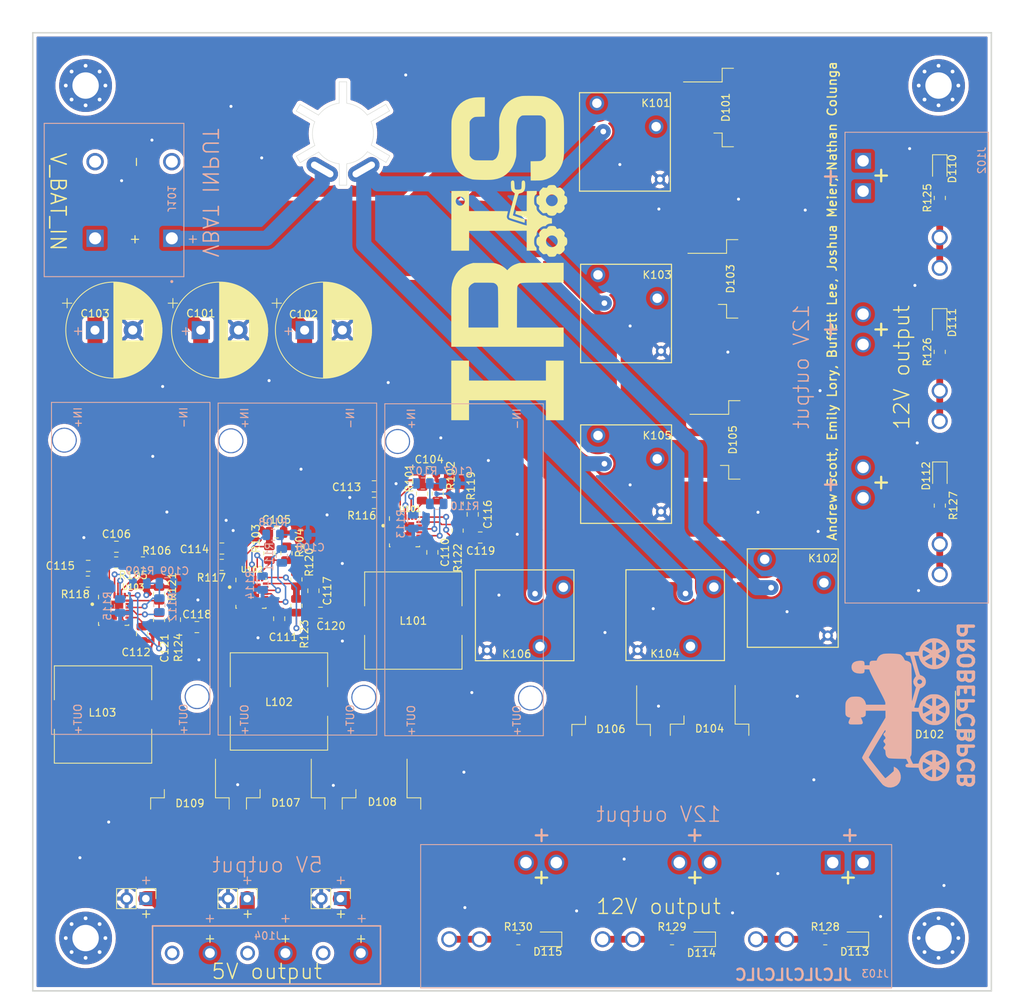
<source format=kicad_pcb>
(kicad_pcb (version 20211014) (generator pcbnew)
  (layers (0 "F.Cu" signal) (31 "B.Cu" signal) (34 "B.Paste" user) (35 "F.Paste" user) (36 "B.SilkS" user "B.Silkscreen") (37 "F.SilkS" user "F.Silkscreen") (38 "B.Mask" user) (39 "F.Mask" user) (44 "Edge.Cuts" user))
  (net 0 "")
  (net 1 "/V_BAT_IN")
  (net 2 "Net-(C107-Pad1)")
  (net 3 "GND")
  (net 4 "Net-(C108-Pad1)")
  (net 5 "Net-(C109-Pad1)")
  (net 6 "Net-(C110-Pad1)")
  (net 7 "Net-(C111-Pad1)")
  (net 8 "Net-(C112-Pad1)")
  (net 9 "Net-(C113-Pad1)")
  (net 10 "Net-(C113-Pad2)")
  (net 11 "Net-(C114-Pad1)")
  (net 12 "Net-(C114-Pad2)")
  (net 13 "/GL")
  (net 14 "Net-(C115-Pad1)")
  (net 15 "Net-(C115-Pad2)")
  (net 16 "Net-(C116-Pad1)")
  (net 17 "Net-(C117-Pad1)")
  (net 18 "Net-(C118-Pad1)")
  (net 19 "Net-(D103-Pad1)")
  (net 20 "Net-(D104-Pad1)")
  (net 21 "Net-(D101-Pad1)")
  (net 22 "Net-(L101-Pad1)")
  (net 23 "Net-(L102-Pad1)")
  (net 24 "Net-(L103-Pad1)")
  (net 25 "Net-(R101-Pad2)")
  (net 26 "Net-(R103-Pad2)")
  (net 27 "Net-(R105-Pad2)")
  (net 28 "Net-(R107-Pad2)")
  (net 29 "Net-(R108-Pad2)")
  (net 30 "Net-(R109-Pad2)")
  (net 31 "Net-(R110-Pad2)")
  (net 32 "/12V_IN_1")
  (net 33 "/12V_GND_1")
  (net 34 "Net-(R111-Pad2)")
  (net 35 "/12V_IN_2")
  (net 36 "Net-(R112-Pad2)")
  (net 37 "/12V_GND_2")
  (net 38 "Net-(R113-Pad2)")
  (net 39 "/12V_IN_3")
  (net 40 "Net-(R114-Pad2)")
  (net 41 "/12V_GND_3")
  (net 42 "Net-(R115-Pad2)")
  (net 43 "/12V_IN_4")
  (net 44 "/5V_OUT_1")
  (net 45 "/5V_GND_1")
  (net 46 "/5V_OUT_2")
  (net 47 "/5V_GND_2")
  (net 48 "/5V_OUT_3")
  (net 49 "/5V_GND_3")
  (net 50 "/12V_GND_4")
  (net 51 "/12V_IN_5")
  (net 52 "/12V_GND_5")
  (net 53 "/12V_IN_6")
  (net 54 "/12V_GND_6")
  (net 55 "Net-(R120-Pad1)")
  (net 56 "Net-(R121-Pad1)")
  (net 57 "/V_BAT_GND")
  (net 58 "/E-stop")
  (net 59 "Net-(D102-Pad1)")
  (net 60 "Net-(D105-Pad1)")
  (net 61 "Net-(D106-Pad1)")
  (net 62 "Net-(D110-Pad2)")
  (net 63 "Net-(D111-Pad2)")
  (net 64 "Net-(D112-Pad2)")
  (net 65 "Net-(D113-Pad2)")
  (net 66 "Net-(D114-Pad2)")
  (net 67 "Net-(D115-Pad2)")
  (net 68 "Net-(R116-Pad1)")
  (net 69 "Net-(R117-Pad1)")
  (net 70 "Net-(R118-Pad1)")
  (net 71 "Net-(R119-Pad1)")
  (footprint "Resistor_SMD:R_0805_2012Metric" (layer "F.Cu") (at 27.295 92.75 180)
    (fp_text reference "R118")
    (fp_text value "3.3")
  )
  (footprint "Connector_PinHeader_2.54mm:PinHeader_1x02_P2.54mm_Vertical" (layer "F.Cu") (at 34.98 134.77 -90)
    (fp_text reference "J110" hide)
    (fp_text value "Screw_Terminal_01x02")
  )
  (footprint "LED_SMD:LED_0805_2012Metric_Pad1.15x1.40mm_HandSolder" (layer "F.Cu") (at 140.15 58.43 -90)
    (fp_text reference "D111")
    (fp_text value "LED")
  )
  (footprint "Resistor_SMD:R_0805_2012Metric" (layer "F.Cu") (at 73.65 81.1 90)
    (fp_text reference "R102")
    (fp_text value "309k")
  )
  (footprint "Resistor_SMD:R_0805_2012Metric_Pad1.20x1.40mm_HandSolder" (layer "F.Cu") (at 140.17 82.68 90)
    (fp_text reference "R127")
    (fp_text value "100k")
  )
  (footprint "Package_TO_SOT_SMD:TO-263-2" (layer "F.Cu") (at 114.87 52.625)
    (fp_text reference "D103")
    (fp_text value "DIODE")
  )
  (footprint "Package_TO_SOT_SMD:TO-263-2" (layer "F.Cu") (at 66.2 124.36 -90)
    (fp_text reference "D108")
    (fp_text value "DIODE")
  )
  (footprint "Resistor_SMD:R_0805_2012Metric" (layer "F.Cu") (at 45.04 90.5375 180)
    (fp_text reference "R117")
    (fp_text value "3.3")
  )
  (footprint "power_board_support:E-Stop" (layer "F.Cu") (at 61.1 33.36)
    (fp_text reference "SW101" hide)
    (fp_text value "SW_Push_Open")
    (fp_line (start -5.690326 -3.855) (end -6.190326 -2.988974) (layer "Edge.Cuts") (width 0.06))
    (fp_line (start -0.5 4.01) (end -0.5 4.47) (layer "Edge.Cuts") (width 0.06))
    (fp_line (start -6.179512 3.003974) (end -4.118372 1.813974) (layer "Edge.Cuts") (width 0.06))
    (fp_line (start 6.20114 2.96) (end 4.14 1.77) (layer "Edge.Cuts") (width 0.06))
    (fp_line (start 3.61 -2.68) (end 3.211628 -2.45) (layer "Edge.Cuts") (width 0.06))
    (fp_line (start -0.51 -4.47) (end -0.51 -4.01) (layer "Edge.Cuts") (width 0.06))
    (fp_line (start -6.179512 3.003974) (end -5.679512 3.87) (layer "Edge.Cuts") (width 0.06))
    (fp_line (start 0.49 -6.85) (end 0.49 -4.47) (layer "Edge.Cuts") (width 0.06))
    (fp_line (start 6.17114 -3.003974) (end 4.11 -1.813974) (layer "Edge.Cuts") (width 0.06))
    (fp_line (start 0.5 6.85) (end 0.5 4.47) (layer "Edge.Cuts") (width 0.06))
    (fp_line (start 6.17114 -3.003974) (end 5.67114 -3.87) (layer "Edge.Cuts") (width 0.06))
    (fp_line (start -5.679512 3.87) (end -3.618372 2.68) (layer "Edge.Cuts") (width 0.06))
    (fp_line (start 5.67114 -3.87) (end 3.61 -2.68) (layer "Edge.Cuts") (width 0.06))
    (fp_line (start -4.129186 -1.798974) (end -3.730814 -1.568974) (layer "Edge.Cuts") (width 0.06))
    (fp_line (start 0.5 4.47) (end 0.5 4.01) (layer "Edge.Cuts") (width 0.06))
    (fp_line (start 0.49 -6.85) (end -0.51 -6.85) (layer "Edge.Cuts") (width 0.06))
    (fp_line (start 3.711628 -1.583974) (end 4.11 -1.813974) (layer "Edge.Cuts") (width 0.06))
    (fp_line (start 0.49 -4.01) (end 0.49 -4.47) (layer "Edge.Cuts") (width 0.06))
    (fp_line (start 5.70114 3.826026) (end 3.64 2.636026) (layer "Edge.Cuts") (width 0.06))
    (fp_line (start 3.241628 2.406026) (end 3.64 2.636026) (layer "Edge.Cuts") (width 0.06))
    (fp_line (start 4.14 1.77) (end 3.741628 1.54) (layer "Edge.Cuts") (width 0.06))
    (fp_line (start -3.618372 2.68) (end -3.22 2.45) (layer "Edge.Cuts") (width 0.06))
    (fp_line (start -3.72 1.583974) (end -4.118372 1.813974) (layer "Edge.Cuts") (width 0.06))
    (fp_line (start -0.5 6.85) (end 0.5 6.85) (layer "Edge.Cuts") (width 0.06))
    (fp_line (start -0.5 6.85) (end -0.5 4.47) (layer "Edge.Cuts") (width 0.06))
    (fp_line (start 5.70114 3.826026) (end 6.20114 2.96) (layer "Edge.Cuts") (width 0.06))
    (fp_line (start -3.230814 -2.435) (end -3.629186 -2.665) (layer "Edge.Cuts") (width 0.06))
    (fp_line (start -5.690326 -3.855) (end -3.629186 -2.665) (layer "Edge.Cuts") (width 0.06))
    (fp_line (start -6.190326 -2.988974) (end -4.129186 -1.798974) (layer "Edge.Cuts") (width 0.06))
    (fp_line (start -0.51 -6.85) (end -0.51 -4.47) (layer "Edge.Cuts") (width 0.06))
    (fp_arc (start 0.49 -4.01) (mid 2.006667 -3.503425) (end 3.205756 -2.445557) (layer "Edge.Cuts") (width 0.06))
    (fp_arc (start 3.241628 2.406026) (mid 2.034406 3.486803) (end 0.499495 4.005948) (layer "Edge.Cuts") (width 0.06))
    (fp_arc (start 3.711628 -1.583974) (mid 4.035529 -0.026043) (end 3.731762 1.535939) (layer "Edge.Cuts") (width 0.06))
    (fp_arc (start -3.719999 1.583974) (mid -4.04337 0.00901) (end -3.727022 -1.567379) (layer "Edge.Cuts") (width 0.06))
    (fp_arc (start -3.230814 -2.435) (mid -2.030101 -3.499048) (end -0.510424 -4.013334) (layer "Edge.Cuts") (width 0.06))
    (fp_arc (start -0.5 4.009999) (mid -2.015575 3.502291) (end -3.215984 2.446945) (layer "Edge.Cuts") (width 0.06))
  )
  (footprint "Capacitor_SMD:C_0805_2012Metric" (layer "F.Cu") (at 57.18 93.96 90)
    (fp_text reference "C117")
    (fp_text value "100nF")
  )
  (footprint "power_board_support:A10 Relay" (layer "F.Cu") (at 110.235 101.33 180)
    (fp_text reference "K104")
    (fp_text value "Relay")
  )
  (footprint "Capacitor_SMD:C_0805_2012Metric" (layer "F.Cu") (at 79.285 86.91)
    (fp_text reference "C119")
    (fp_text value "47uF")
  )
  (footprint "Package_TO_SOT_SMD:TO-263-2" (layer "F.Cu") (at 96.62 114.63 -90)
    (fp_text reference "D106")
    (fp_text value "DIODE")
  )
  (footprint "Resistor_SMD:R_0805_2012Metric" (layer "F.Cu") (at 65.2 82.33 180)
    (fp_text reference "R116")
    (fp_text value "3.3")
  )
  (footprint "Capacitor_SMD:C_0805_2012Metric" (layer "F.Cu") (at 34.475 99.67 -90)
    (fp_text reference "C112")
    (fp_text value "4.7uF")
  )
  (footprint "Capacitor_SMD:C_0805_2012Metric" (layer "F.Cu") (at 45.06 88.3675 180)
    (fp_text reference "C114")
    (fp_text value "100nF")
  )
  (footprint "LED_SMD:LED_0805_2012Metric_Pad1.15x1.40mm_HandSolder" (layer "F.Cu") (at 88.2275 140.16 180)
    (fp_text reference "D115")
    (fp_text value "LED")
  )
  (footprint "Resistor_SMD:R_0805_2012Metric_Pad1.20x1.40mm_HandSolder" (layer "F.Cu") (at 104.69 140.16)
    (fp_text reference "R129")
    (fp_text value "100k")
  )
  (footprint "Capacitor_THT:CP_Radial_D12.5mm_P5.00mm" (layer "F.Cu") (at 56.016041 59.42)
    (fp_text reference "C102")
    (fp_text value "330uF")
  )
  (footprint "Capacitor_SMD:C_0805_2012Metric" (layer "F.Cu") (at 58.12 96.88625)
    (fp_text reference "C120")
    (fp_text value "47uF")
  )
  (footprint "SIC_431_supporting:REGULATOR_SIC431AED-T1-GE3" (layer "F.Cu") (at 30.715 96.55)
    (fp_text reference "U103")
    (fp_text value "SIC431AED-T1-GE3")
  )
  (footprint "Package_TO_SOT_SMD:TO-263-2" (layer "F.Cu") (at 53.51 124.36 -90)
    (fp_text reference "D107")
    (fp_text value "DIODE")
  )
  (footprint "MountingHole:MountingHole_3.5mm_Pad_Via" (layer "F.Cu") (at 27 27 90)
    (fp_text reference "REF**" hide)
    (fp_text value "MountingHole_3.5mm_Pad_Via")
  )
  (footprint "LED_SMD:LED_0805_2012Metric_Pad1.15x1.40mm_HandSolder" (layer "F.Cu") (at 140.17 38.03 -90)
    (fp_text reference "D110")
    (fp_text value "LED")
  )
  (footprint "Resistor_SMD:R_0805_2012Metric_Pad1.20x1.40mm_HandSolder" (layer "F.Cu") (at 140.16 62.3 90)
    (fp_text reference "R126")
    (fp_text value "100k")
  )
  (footprint "power_board_support:A10 Relay" (layer "F.Cu") (at 90.295 101.35 180)
    (fp_text reference "K106")
    (fp_text value "Relay")
  )
  (footprint "MountingHole:MountingHole_3.5mm_Pad_Via" (layer "F.Cu") (at 27 140)
    (fp_text reference "REF**" hide)
    (fp_text value "MountingHole_3.5mm_Pad_Via")
  )
  (footprint "SIC_431_supporting:REGULATOR_SIC431AED-T1-GE3" (layer "F.Cu") (at 69.2525 86.14)
    (fp_text reference "U101")
    (fp_text value "SIC431AED-T1-GE3")
  )
  (footprint "Resistor_SMD:R_0805_2012Metric" (layer "F.Cu") (at 36.735 97.83 -90)
    (fp_text reference "R124")
    (fp_text value "73.2k")
  )
  (footprint "Capacitor_SMD:C_0805_2012Metric" (layer "F.Cu") (at 41.745 98.78)
    (fp_text reference "C118")
    (fp_text value "100nF")
  )
  (footprint "Resistor_SMD:R_0805_2012Metric" (layer "F.Cu") (at 34.595 90.21)
    (fp_text reference "R106")
    (fp_text value "309k")
  )
  (footprint "MountingHole:MountingHole_3.5mm_Pad_Via" (layer "F.Cu") (at 140 27)
    (fp_text reference "REF**" hide)
    (fp_text value "MountingHole_3.5mm_Pad_Via")
  )
  (footprint "Resistor_SMD:R_0805_2012Metric" (layer "F.Cu") (at 31.055 90.22)
    (fp_text reference "R105")
    (fp_text value "562k")
  )
  (footprint "Capacitor_SMD:C_0805_2012Metric" (layer "F.Cu") (at 31.085 88.13)
    (fp_text reference "C106")
    (fp_text value "100nF")
  )
  (footprint "Capacitor_SMD:C_0805_2012Metric" (layer "F.Cu") (at 65.22 80.12 180)
    (fp_text reference "C113")
    (fp_text value "100nF")
  )
  (footprint "Package_TO_SOT_SMD:TO-263-2" (layer "F.Cu") (at 114.285 29.91)
    (fp_text reference "D101")
    (fp_text value "DIODE")
  )
  (footprint "Resistor_SMD:R_0805_2012Metric_Pad1.20x1.40mm_HandSolder" (layer "F.Cu") (at 84.33 140.16)
    (fp_text reference "R130")
    (fp_text value "100k")
  )
  (footprint "LED_SMD:LED_0805_2012Metric_Pad1.15x1.40mm_HandSolder" (layer "F.Cu") (at 108.5875 140.16 180)
    (fp_text reference "D114")
    (fp_text value "LED")
  )
  (footprint "Resistor_SMD:R_0805_2012Metric" (layer "F.Cu") (at 36.735 94.37 90)
    (fp_text reference "R121")
    (fp_text value "10k")
  )
  (footprint "Capacitor_SMD:C_0805_2012Metric" (layer "F.Cu") (at 52.29 86.2275)
    (fp_text reference "C105")
    (fp_text value "100nF")
  )
  (footprint "Capacitor_THT:CP_Radial_D12.5mm_P5.00mm" (layer "F.Cu") (at 28.246041 59.42)
    (fp_text reference "C103")
    (fp_text value "330uF")
  )
  (footprint "Resistor_SMD:R_0805_2012Metric_Pad1.20x1.40mm_HandSolder" (layer "F.Cu") (at 140.17 41.9 90)
    (fp_text reference "R125")
    (fp_text value "100k")
  )
  (footprint "Resistor_SMD:R_0805_2012Metric" (layer "F.Cu") (at 76.29 85.9925 -90)
    (fp_text reference "R122")
    (fp_text value "73.2k")
  )
  (footprint "Capacitor_SMD:C_0805_2012Metric" (layer "F.Cu") (at 78.29 83.84 90)
    (fp_text reference "C116")
    (fp_text value "100nF")
  )
  (footprint "LED_SMD:LED_0805_2012Metric_Pad1.15x1.40mm_HandSolder" (layer "F.Cu") (at 128.88 140.16 180)
    (fp_text reference "D113")
    (fp_text value "LED")
  )
  (footprint "Inductor_SMD:L_Vishay_IHLP-5050" (layer "F.Cu") (at 70.42 97.92)
    (fp_text reference "L101")
    (fp_text value "1.5uH")
  )
  (footprint "Package_TO_SOT_SMD:TO-263-2" (layer "F.Cu") (at 109.665 114.59 -90)
    (fp_text reference "D104")
    (fp_text value "DIODE")
  )
  (footprint "power_board_support:A10 Relay" (layer "F.Cu") (at 102.73 52.09 -90)
    (fp_text reference "K103")
    (fp_text value "Relay")
  )
  (footprint "Capacitor_SMD:C_0805_2012Metric" (layer "F.Cu") (at 72.94 88.88 -90)
    (fp_text reference "C110")
    (fp_text value "4.7uF")
  )
  (footprint "Inductor_SMD:L_Vishay_IHLP-5050" (layer "F.Cu") (at 52.62 108.64)
    (fp_text reference "L102")
    (fp_text value "1.5uH")
  )
  (footprint "power_board_support:A10 Relay" (layer "F.Cu") (at 102.585 29.345 -90)
    (fp_text reference "K101")
    (fp_text value "Relay")
  )
  (footprint "Connector_PinHeader_2.54mm:PinHeader_1x02_P2.54mm_Vertical" (layer "F.Cu") (at 48.41 134.77 -90)
    (fp_text reference "J109" hide)
    (fp_text value "Screw_Terminal_01x02")
  )
  (footprint "SIC_431_supporting:REGULATOR_SIC431AED-T1-GE3" (layer "F.Cu") (at 48.91 94.2875)
    (fp_text reference "U102")
    (fp_text value "SIC431AED-T1-GE3")
  )
  (footprint "Capacitor_SMD:C_0805_2012Metric" (layer "F.Cu") (at 38.835 97.8 90)
    (fp_text reference "C121")
    (fp_text value "47uF")
  )
  (footprint "Capacitor_SMD:C_0805_2012Metric" (layer "F.Cu") (at 27.345 90.67 180)
    (fp_text reference "C115")
    (fp_text value "100nF")
  )
  (footprint "Package_TO_SOT_SMD:TO-263-2" (layer "F.Cu") (at 40.82 124.36 -90)
    (fp_text reference "D109")
    (fp_text value "DIODE")
  )
  (footprint "Package_TO_SOT_SMD:TO-263-2" (layer "F.Cu") (at 115.15 73.965)
    (fp_text reference "D105")
    (fp_text value "DIODE")
  )
  (footprint "power_board_support:A10 Relay" (layer "F.Cu") (at 102.735 73.38 -90)
    (fp_text reference "K105")
    (fp_text value "Relay")
  )
  (footprint "Resistor_SMD:R_0805_2012Metric" (layer "F.Cu") (at 71.58 81.1 -90)
    (fp_text reference "R101")
    (fp_text value "562k")
  )
  (footprint "Capacitor_THT:CP_Radial_D12.5mm_P5.00mm" (layer "F.Cu") (at 42.256041 59.42)
    (fp_text reference "C101")
    (fp_text value "330uF")
  )
  (footprint "power_board_support:A10 Relay" (layer "F.Cu") (at 124.82 89.805 -90)
    (fp_text reference "K102")
    (fp_text value "Relay")
  )
  (footprint "Package_TO_SOT_SMD:TO-263-2" (layer "F.Cu") (at 138.85 115.345 -90)
    (fp_text reference "D102")
    (fp_text value "DIODE")
  )
  (footprint "Resistor_SMD:R_0805_2012Metric" (layer "F.Cu") (at 51.34 88.9975 -90)
    (fp_text reference "R103")
    (fp_text value "562k")
  )
  (footprint "Capacitor_SMD:C_0805_2012Metric" (layer "F.Cu") (at 52.65 97.6675 -90)
    (fp_text reference "C111")
    (fp_text value "4.7uF")
  )
  (footprint "Custom_Silkscreen_and_memes:IRIS_logo" (layer "F.Cu") (at 83.117483 49.019431 90)
    (fp_text reference "G***" hide)
    (fp_text value "LOGO" hide)
  )
  (footprint "Resistor_SMD:R_0805_2012Metric" (layer "F.Cu") (at 54.93 92.46 90)
    (fp_text reference "R120")
    (fp_text value "10k")
  )
  (footprint "Resistor_SMD:R_0805_2012Metric" (layer "F.Cu") (at 53.61 88.9975 90)
    (fp_text reference "R104")
    (fp_text value "309k")
  )
  (footprint "Inductor_SMD:L_Vishay_IHLP-5050" (layer "F.Cu") (at 29.31 110.37)
    (fp_text reference "L103")
    (fp_text value "1.5uH")
  )
  (footprint "MountingHole:MountingHole_3.5mm_Pad_Via" (layer "F.Cu") (at 140 140)
    (fp_text reference "REF**" hide)
    (fp_text value "MountingHole_3.5mm_Pad_Via")
  )
  (footprint "Resistor_SMD:R_0805_2012Metric" (layer "F.Cu") (at 76.29 82.4125 90)
    (fp_text reference "R119")
    (fp_text value "10k")
  )
  (footprint "Capacitor_SMD:C_0805_2012Metric" (layer "F.Cu") (at 72.52 78.24)
    (fp_text reference "C104")
    (fp_text value "100nF")
  )
  (footprint "Resistor_SMD:R_0805_2012Metric" (layer "F.Cu") (at 54.93 95.95 -90)
    (fp_text reference "R123")
    (fp_text value "73.2k")
  )
  (footprint "LED_SMD:LED_0805_2012Metric_Pad1.15x1.40mm_HandSolder" (layer "F.Cu") (at 140.18 78.75 -90)
    (fp_text reference "D112")
    (fp_text value "LED")
  )
  (footprint "Connector_PinHeader_2.54mm:PinHeader_1x02_P2.54mm_Vertical" (layer "F.Cu") (at 60.75 134.77 -90)
    (fp_text reference "J108" hide)
    (fp_text value "Screw_Terminal_01x02")
  )
  (footprint "Resistor_SMD:R_0805_2012Metric_Pad1.20x1.40mm_HandSolder" (layer "F.Cu") (at 124.99 140.16)
    (fp_text reference "R128")
    (fp_text value "100k")
  )
  (footprint "power_board_support:691137710006" (layer "B.Cu") (at 50.97 141.99 180)
    (fp_text reference "J104")
    (fp_text value "Screw_Terminal_01x06")
  )
  (footprint "power_board_support:12V terminal block" (layer "B.Cu") (at 130 130 180)
    (fp_text reference "J103")
    (fp_text value "Screw_Terminal_01x06")
  )
  (footprint "power_board_support:TE_1986660-2" (layer "B.Cu") (at 38.42 47.25 90)
    (fp_text reference "J101")
    (fp_text value "Screw_Terminal_01x02")
  )
  (footprint "Resistor_SMD:R_0805_2012Metric" (layer "B.Cu") (at 31.565 95.98 90)
    (fp_text reference "R115")
    (fp_text value "499k")
  )
  (footprint "Capacitor_SMD:C_0805_2012Metric" (layer "B.Cu") (at 75.26 79.74)
    (fp_text reference "C107")
    (fp_text value "1uF")
  )
  (footprint "Resistor_SMD:R_0805_2012Metric" (layer "B.Cu") (at 70.41 84.8 90)
    (fp_text reference "R113")
    (fp_text value "499k")
  )
  (footprint "Resistor_SMD:R_0805_2012Metric" (layer "B.Cu") (at 34.195 92.97 180)
    (fp_text reference "R109")
    (fp_text value "50k")
  )
  (footprint "Resistor_SMD:R_0805_2012Metric" (layer "B.Cu") (at 50.45 92.9275 90)
    (fp_text reference "R114")
    (fp_text value "499k")
  )
  (footprint "power_board_support:12V terminal block" (layer "B.Cu") (at 130 36.98 -90)
    (fp_text reference "J102")
    (fp_text value "Screw_Terminal_01x06")
  )
  (footprint "Resistor_SMD:R_0805_2012Metric" (layer "B.Cu") (at 73.52 82.45)
    (fp_text reference "R110")
    (fp_text value "100k")
  )
  (footprint "power_board_support:LM2596-2" (layer "B.Cu") (at 55.06 91.09 -90)
    (fp_text reference "J107" hide)
    (fp_text value "Conn_02x02_Top_Bottom")
  )
  (footprint "Resistor_SMD:R_0805_2012Metric" (layer "B.Cu") (at 51.8375 86.5475 180)
    (fp_text reference "R108")
    (fp_text value "50k")
  )
  (footprint "power_board_support:LM2596-2" (layer "B.Cu") (at 32.98 91 -90)
    (fp_text reference "J105" hide)
    (fp_text value "Conn_02x02_Top_Bottom")
  )
  (footprint "Capacitor_SMD:C_0805_2012Metric" (layer "B.Cu") (at 55.4875 86.5475)
    (fp_text reference "C108")
    (fp_text value "1uF")
  )
  (footprint "Custom_Silkscreen_and_memes:IRIS_OLD_logo" (layer "B.Cu") (at 134.571979 110.254658 -90)
    (fp_text reference "G***")
    (fp_text value "LOGO" hide)
  )
  (footprint "Resistor_SMD:R_0805_2012Metric" (layer "B.Cu") (at 36.775 95.86 -90)
    (fp_text reference "R112")
    (fp_text value "100k")
  )
  (footprint "Resistor_SMD:R_0805_2012Metric" (layer "B.Cu") (at 52.9975 89.3475 -90)
    (fp_text reference "R111")
    (fp_text value "100k")
  )
  (footprint "Resistor_SMD:R_0805_2012Metric" (layer "B.Cu") (at 71.69 79.74 180)
    (fp_text reference "R107")
    (fp_text value "50k")
  )
  (footprint "power_board_support:LM2596-2" (layer "B.Cu") (at 77.14 91.18 -90)
    (fp_text reference "J106" hide)
    (fp_text value "Conn_02x02_Top_Bottom")
  )
  (footprint "Capacitor_SMD:C_0805_2012Metric" (layer "B.Cu") (at 37.725 92.97)
    (fp_text reference "C109")
    (fp_text value "1uF")
  )
  (gr_line (start 147 20) (end 147 147) (layer "Edge.Cuts") (width 0.2))
  (gr_line (start 147 147) (end 20 147) (layer "Edge.Cuts") (width 0.2))
  (gr_line (start 20 20) (end 147 20) (layer "Edge.Cuts") (width 0.2))
  (gr_line (start 20 20) (end 20 147) (layer "Edge.Cuts") (width 0.2))
  (gr_text "+" (at 125.72 79.75) (layer "B.SilkS") (effects (font (size 2 2) (thickness 0.3)) (justify mirror)))
  (gr_text "+" (at 48.43 132.27) (layer "B.SilkS") (effects (font (size 1.25 1.25)) (justify mirror)))
  (gr_text "+" (at 53.49 137.33) (layer "B.SilkS") (effects (font (size 1.25 1.25)) (justify mirror)))
  (gr_text "+" (at 125.72 38.91) (layer "B.SilkS") (effects (font (size 2 2) (thickness 0.3)) (justify mirror)))
  (gr_text "VBAT INPUT" (at 43.5 41.21 -90) (layer "B.SilkS") (effects (font (size 2 2) (thickness 0.2)) (justify mirror)))
  (gr_text "12V output" (at 102.93 123.59) (layer "B.SilkS") (effects (font (size 2 2) (thickness 0.18)) (justify mirror)))
  (gr_text "5V output" (at 51.1 130.3) (layer "B.SilkS") (effects (font (size 2 2) (thickness 0.18)) (justify mirror)))
  (gr_text "+" (at 60.81 132.27) (layer "B.SilkS") (effects (font (size 1.25 1.25)) (justify mirror)))
  (gr_text "+" (at 63.58 137.33) (layer "B.SilkS") (effects (font (size 1.25 1.25)) (justify mirror)))
  (gr_text "+" (at 53.88 59.47) (layer "B.SilkS") (effects (font (size 1.25 1.25)) (justify mirror)))
  (gr_text "+" (at 41.21 47.27) (layer "B.SilkS") (effects (font (size 1.25 1.25)) (justify mirror)))
  (gr_text "+" (at 26.01 59.47) (layer "B.SilkS") (effects (font (size 1.25 1.25)) (justify mirror)))
  (gr_text "+" (at 128.1 126.38 90) (layer "B.SilkS") (effects (font (size 2 2) (thickness 0.3)) (justify mirror)))
  (gr_text "JLCJLCJLCJLC" (at 120.78 144.87) (layer "B.SilkS") (effects (font (size 1.5 1.5) (thickness 0.3)) (justify mirror)))
  (gr_text "+" (at 35.02 132.27) (layer "B.SilkS") (effects (font (size 1.25 1.25)) (justify mirror)))
  (gr_text "12V output" (at 121.83 64.25 90) (layer "B.SilkS") (effects (font (size 2 2) (thickness 0.18)) (justify mirror)))
  (gr_text "+" (at 107.55 126.38 90) (layer "B.SilkS") (effects (font (size 2 2) (thickness 0.3)) (justify mirror)))
  (gr_text "+" (at 43.47 137.33) (layer "B.SilkS") (effects (font (size 1.25 1.25)) (justify mirror)))
  (gr_text "+" (at 87.26 126.38 90) (layer "B.SilkS") (effects (font (size 2 2) (thickness 0.3)) (justify mirror)))
  (gr_text "+" (at 125.72 59.2) (layer "B.SilkS") (effects (font (size 2 2) (thickness 0.3)) (justify mirror)))
  (gr_text "PROBEPCBPCB" (at 143.72 109.13 90) (layer "B.SilkS") (effects (font (size 2 2) (thickness 0.45)) (justify mirror)))
  (gr_text "+" (at 40.28 59.47) (layer "B.SilkS") (effects (font (size 1.25 1.25)) (justify mirror)))
  (gr_text "+" (at 87.54 131.99 -90) (layer "F.SilkS") (effects (font (size 2 2) (thickness 0.3))))
  (gr_text "+" (at 132.4 39.08 -180) (layer "F.SilkS") (effects (font (size 2 2) (thickness 0.3))))
  (gr_text "12V output" (at 135.13 64.36 90) (layer "F.SilkS") (effects (font (size 2 2) (thickness 0.18))))
  (gr_text "+" (at 63.49 140.03) (layer "F.SilkS") (effects (font (size 1.25 1.25))))
  (gr_text "12V output" (at 102.91 135.82) (layer "F.SilkS") (effects (font (size 2 2) (thickness 0.18))))
  (gr_text "+" (at 132.4 59.48 -180) (layer "F.SilkS") (effects (font (size 2 2) (thickness 0.3))))
  (gr_text "+" (at 53.47 140.03) (layer "F.SilkS") (effects (font (size 1.25 1.25))))
  (gr_text "+" (at 35.03 136.73) (layer "F.SilkS") (effects (font (size 1.25 1.25))))
  (gr_text "+" (at 43.48 140.01) (layer "F.SilkS") (effects (font (size 1.25 1.25))))
  (gr_text "+" (at 132.4 79.77 -180) (layer "F.SilkS") (effects (font (size 2 2) (thickness 0.3))))
  (gr_text "+" (at 107.87 131.99 -90) (layer "F.SilkS") (effects (font (size 2 2) (thickness 0.3))))
  (gr_text "+" (at 128.16 131.99 -90) (layer "F.SilkS") (effects (font (size 2 2) (thickness 0.3))))
  (gr_text "Andrew Scott, Emily Lory, Buffett Lee, Joshua Meier, Nathan Colunga" (at 125.9 55.57 90) (layer "F.SilkS") (effects (font (size 1.2 1.2) (thickness 0.2))))
  (gr_text "+" (at 60.82 136.73) (layer "F.SilkS") (effects (font (size 1.25 1.25))))
  (gr_text "-" (at 33.64244 37.12 90) (layer "F.SilkS") (effects (font (size 1.25 1.25))))
  (gr_text "+" (at 48.48 136.73) (layer "F.SilkS") (effects (font (size 1.25 1.25))))
  (gr_text "V_BAT_IN" (at 23.35 42.41 270) (layer "F.SilkS") (effects (font (size 2 2) (thickness 0.2))))
  (gr_text "+" (at 33.64244 47.38 -90) (layer "F.SilkS") (effects (font (size 1.25 1.25))))
  (gr_text "5V output" (at 51.01 144.43) (layer "F.SilkS") (effects (font (size 2 2) (thickness 0.18))))
  (segment (start 50.6675 86.2275) (end 42.256041 77.816041) (width 0.9) (layer "F.Cu") (net 1))
  (segment (start 110.235 91.425) (end 108.615 89.805) (width 5) (layer "F.Cu") (net 1))
  (segment (start 30.14 94.6125) (end 30.14 95.125) (width 0.2) (layer "F.Cu") (net 1))
  (segment (start 38.42 47.25) (end 60.74 47.25) (width 10) (layer "F.Cu") (net 1))
  (segment (start 42.256041 91.766041) (end 44.06 93.57) (width 0.9) (layer "F.Cu") (net 1))
  (segment (start 30.1175 95.125) (end 29.54 95.7025) (width 0.2) (layer "F.Cu") (net 1))
  (segment (start 108.615 89.805) (end 102.015 89.805) (width 5) (layer "F.Cu") (net 1))
  (segment (start 28.246041 47.263959) (end 28.26 47.25) (width 2) (layer "F.Cu") (net 1))
  (segment (start 28.246041 78.426041) (end 30.135 80.315) (width 2) (layer "F.Cu") (net 1))
  (segment (start 71.57 78.24) (end 63.57 78.24) (width 0.9) (layer "F.Cu") (net 1))
  (segment (start 116.97 89.805) (end 108.615 89.805) (width 5) (layer "F.Cu") (net 1))
  (segment (start 38.42 55.583959) (end 42.256041 59.42) (width 2) (layer "F.Cu") (net 1))
  (segment (start 51.34 86.2275) (end 51.34 88.085) (width 0.9) (layer "F.Cu") (net 1))
  (segment (start 42.256041 78.153959) (end 42.256041 91.766041) (width 0.9) (layer "F.Cu") (net 1))
  (segment (start 60.75 75.42) (end 60.75 82.62) (width 0.9) (layer "F.Cu") (net 1))
  (segment (start 90.295 78.085) (end 89.725 77.515) (width 5) (layer "F.Cu") (net 1))
  (segment (start 21.86 88.59) (end 21.86 94.05) (width 0.9) (layer "F.Cu") (net 1))
  (segment (start 48.335 92.8425) (end 47.735 93.4425) (width 0.2) (layer "F.Cu") (net 1))
  (segment (start 43.846041 47.25) (end 56.016041 59.42) (width 2) (layer "F.Cu") (net 1))
  (segment (start 68.6775 81.4725) (end 68.6775 84.2025) (width 0.2) (layer "F.Cu") (net 1))
  (segment (start 68.0775 85.303478) (end 68.0775 85.39) (width 0.2) (layer "F.Cu") (net 1))
  (segment (start 60.74 47.25) (end 67.73 47.25) (width 10) (layer "F.Cu") (net 1))
  (segment (start 63.61 85.48) (end 67.9875 85.48) (width 0.9) (layer "F.Cu") (net 1))
  (segment (start 47.735 93.4425) (end 47.735 93.5375) (width 0.2) (layer "F.Cu") (net 1))
  (segment (start 21.86 94.05) (end 23.61 95.8) (width 0.9) (layer "F.Cu") (net 1))
  (segment (start 29.54 95.7025) (end 29.54 95.8) (width 0.2) (layer "F.Cu") (net 1))
  (segment (start 30.14 90.2225) (end 30.1425 90.22) (width 0.2) (layer "F.Cu") (net 1))
  (segment (start 60.74 48.53) (end 60.74 47.25) (width 5) (layer "F.Cu") (net 1))
  (segment (start 48.335 89.1225) (end 49.3425 88.115) (width 0.2) (layer "F.Cu") (net 1))
  (segment (start 38.42 47.25) (end 43.846041 47.25) (width 2) (layer "F.Cu") (net 1))
  (segment (start 44.06 93.57) (end 47.7025 93.57) (width 0.9) (layer "F.Cu") (net 1))
  (segment (start 56.016041 59.42) (end 56.016041 70.686041) (width 2) (layer "F.Cu") (net 1))
  (segment (start 69.9625 80.1875) (end 68.6775 81.4725) (width 0.2) (layer "F.Cu") (net 1))
  (segment (start 42.256041 77.816041) (end 42.256041 78.153959) (width 0.9) (layer "F.Cu") (net 1))
  (segment (start 94.735 29.345) (end 85.635 29.345) (width 5) (layer "F.Cu") (net 1))
  (segment (start 63.57 78.24) (end 60.75 75.42) (width 0.9) (layer "F.Cu") (net 1))
  (segment (start 89.725 77.515) (end 60.74 48.53) (width 5) (layer "F.Cu") (net 1))
  (segment (start 30.14 94.6125) (end 30.14 90.2225) (width 0.2) (layer "F.Cu") (net 1))
  (segment (start 85.635 29.345) (end 67.73 47.25) (width 5) (layer "F.Cu") (net 1))
  (segment (start 48.335 92.35) (end 48.335 89.1225) (width 0.2) (layer "F.Cu") (net 1))
  (segment (start 47.7025 93.57) (end 47.735 93.5375) (width 0.9) (layer "F.Cu") (net 1))
  (segment (start 49.3425 88.115) (end 51.31 88.115) (width 0.2) (layer "F.Cu") (net 1))
  (segment (start 30.14 95.125) (end 30.1175 95.125) (width 0.2) (layer "F.Cu") (net 1))
  (segment (start 71.57 78.24) (end 71.57 80.1775) (width 0.9) (layer "F.Cu") (net 1))
  (segment (start 30.135 88.13) (end 30.135 79.725) (width 0.9) (layer "F.Cu") (net 1))
  (segment (start 110.235 93.48) (end 110.235 91.425) (width 5) (layer "F.Cu") (net 1))
  (segment (start 48.335 92.35) (end 48.335 92.8425) (width 0.2) (layer "F.Cu") (net 1))
  (segment (start 90.04 47.25) (end 79.2 47.25) (width 5) (layer "F.Cu") (net 1))
  (segment (start 56.016041 70.686041) (end 60.75 75.42) (width 2) (layer "F.Cu") (net 1))
  (segment (start 28.246041 59.42) (end 28.246041 78.426041) (width 2) (layer "F.Cu") (net 1))
  (segment (start 30.135 79.725) (end 30.135 80.315) (width 0.9) (layer "F.Cu") (net 1))
  (segment (start 67.9875 85.48) (end 68.0775 85.39) (width 0.9) (layer "F.Cu") (net 1))
  (segment (start 94.885 61.985) (end 80.15 47.25) (width 5) (layer "F.Cu") (net 1))
  (segment (start 51.31 88.115) (end 51.34 88.085) (width 0.2) (layer "F.Cu") (net 1))
  (segment (start 38.42 47.25) (end 38.42 55.583959) (width 2) (layer "F.Cu") (net 1))
  (segment (start 28.26 47.25) (end 38.42 47.25) (width 10) (layer "F.Cu") (net 1))
  (segment (start 90.295 93.5) (end 90.295 78.085) (width 5) (layer "F.Cu") (net 1))
  (segment (start 68.6775 84.2025) (end 68.6775 84.703478) (width 0.2) (layer "F.Cu") (net 1))
  (segment (start 71.58 80.1875) (end 69.9625 80.1875) (width 0.2) (layer "F.Cu") (net 1))
  (segment (start 23.61 95.8) (end 29.54 95.8) (width 0.9) (layer "F.Cu") (net 1))
  (segment (start 30.135 80.315) (end 21.86 88.59) (width 0.9) (layer "F.Cu") (net 1))
  (segment (start 94.88 52.09) (end 90.04 47.25) (width 5) (layer "F.Cu") (net 1))
  (segment (start 30.135 88.13) (end 30.135 90.2125) (width 0.9) (layer "F.Cu") (net 1))
  (segment (start 72.12 47.25) (end 79.2 47.25) (width 10) (layer "F.Cu") (net 1))
  (segment (start 94.885 73.38) (end 94.885 61.985) (width 5) (layer "F.Cu") (net 1))
  (segment (start 42.256041 59.42) (end 42.256041 78.153959) (width 2) (layer "F.Cu") (net 1))
  (segment (start 71.57 80.1775) (end 71.58 80.1875) (width 0.9) (layer "F.Cu") (net 1))
  (segment (start 28.246041 59.42) (end 28.246041 47.263959) (width 2) (layer "F.Cu") (net 1))
  (segment (start 51.34 86.2275) (end 50.6675 86.2275) (width 0.9) (layer "F.Cu") (net 1))
  (segment (start 102.015 89.805) (end 89.725 77.515) (width 5) (layer "F.Cu") (net 1))
  (segment (start 60.75 82.62) (end 63.61 85.48) (width 0.9) (layer "F.Cu") (net 1))
  (segment (start 67.73 47.25) (end 72.12 47.25) (width 10) (layer "F.Cu") (net 1))
  (segment (start 68.6775 84.703478) (end 68.0775 85.303478) (width 0.2) (layer "F.Cu") (net 1))
  (segment (start 30.135 90.2125) (end 30.1425 90.22) (width 0.9) (layer "F.Cu") (net 1))
  (segment (start 80.15 47.25) (end 72.12 47.25) (width 5) (layer "F.Cu") (net 1))
  (segment (start 58.35 39.88) (end 50.98 47.25) (width 2) (layer "B.Cu") (net 1))
  (segment (start 58.35 38.123) (end 58.35 39.88) (width 2) (layer "B.Cu") (net 1))
  (segment (start 50.98 47.25) (end 38.42 47.25) (width 2) (layer "B.Cu") (net 1))
  (segment (start 71.19 85.765) (end 73.205 85.765) (width 0.2) (layer "F.Cu") (net 2))
  (segment (start 73.205 85.765) (end 73.21 85.77) (width 0.2) (layer "F.Cu") (net 2))
  (via (at 73.21 85.77) (size 0.8) (drill 0.4) (layers "F.Cu" "B.Cu") (net 2))
  (segment (start 72.6025 79.74) (end 74.31 79.74) (width 0.2) (layer "B.Cu") (net 2))
  (segment (start 72.6075 79.745) (end 72.6025 79.74) (width 0.2) (layer "B.Cu") (net 2))
  (segment (start 73.21 83.0525) (end 72.6075 82.45) (width 0.2) (layer "B.Cu") (net 2))
  (segment (start 72.6075 82.45) (end 72.6075 79.745) (width 0.2) (layer "B.Cu") (net 2))
  (segment (start 73.21 85.77) (end 73.21 83.0525) (width 0.2) (layer "B.Cu") (net 2))
  (via (at 41.88 95.18) (size 0.8) (drill 0.4) (layers "F.Cu" "B.Cu") (net 3))
  (via (at 112.71 136.66) (size 0.8) (drill 0.4) (layers "F.Cu" "B.Cu") (net 3))
  (via (at 61.01 90.35) (size 0.8) (drill 0.4) (layers "F.Cu" "B.Cu") (net 3))
  (via (at 124.3 67.44) (size 0.8) (drill 0.4) (layers "F.Cu" "B.Cu") (net 3))
  (via (at 74.06 73.7) (size 0.8) (drill 0.4) (layers "F.Cu" "B.Cu") (net 3))
  (via (at 45.62 84.63) (size 0.8) (drill 0.4) (layers "F.Cu" "B.Cu") (net 3))
  (via (at 132.32 137.14) (size 0.8) (drill 0.4) (layers "F.Cu" "B.Cu") (net 3))
  (via (at 116.08 83.56) (size 0.8) (drill 0.4) (layers "F.Cu" "B.Cu") (net 3))
  (via (at 137.35 93.94) (size 0.8) (drill 0.4) (layers "F.Cu" "B.Cu") (net 3))
  (via (at 118.71 131.45) (size 0.8) (drill 0.4) (layers "F.Cu" "B.Cu") (net 3))
  (via (at 80.36 76.7) (size 0.8) (drill 0.4) (layers "F.Cu" "B.Cu") (net 3))
  (via (at 37.77 83.53) (size 0.8) (drill 0.4) (layers "F.Cu" "B.Cu") (net 3))
  (via (at 68.13 79.77) (size 0.8) (drill 0.4) (layers "F.Cu" "B.Cu") (net 3))
  (via (at 50.33 36.59) (size 0.8) (drill 0.4) (layers "F.Cu" "B.Cu") (net 3))
  (via (at 119.93 96.74) (size 0.8) (drill 0.4) (layers "F.Cu" "B.Cu") (net 3))
  (via (at 112.09 62.33) (size 0.8) (drill 0.4) (layers "F.Cu" "B.Cu") (net 3))
  (via (at 124.05 86.1) (size 0.8) (drill 0.4) (layers "F.Cu" "B.Cu") (net 3))
  (via (at 122.34 43.51) (size 0.8) (drill 0.4) (layers "F.Cu" "B.Cu") (net 3))
  (via (at 35.79 34.23) (size 0.8) (drill 0.4) (layers "F.Cu" "B.Cu") (net 3))
  (via (at 26.25 129.35) (size 0.8) (drill 0.4) (layers "F.Cu" "B.Cu") (net 3))
  (via (at 31.77 39.61) (size 0.8) (drill 0.4) (layers "F.Cu" "B.Cu") (net 3))
  (via (at 99.14 79.93) (size 0.8) (drill 0.4) (layers "F.Cu" "B.Cu") (net 3))
  (via (at 30.06 124.62) (size 0.8) (drill 0.4) (layers "F.Cu" "B.Cu") (net 3))
  (via (at 140.72 133.03) (size 0.8) (drill 0.4) (layers "F.Cu" "B.Cu") (net 3))
  (via (at 95.81 99.5) (size 0.8) (drill 0.4) (layers "F.Cu" "B.Cu") (net 3))
  (via (at 26.77 86.92) (size 0.8) (drill 0.4) (layers "F.Cu" "B.Cu") (net 3))
  (via (at 137.18 74.37) (size 0.8) (drill 0.4) (layers "F.Cu" "B.Cu") (net 3))
  (via (at 42.01 103.12) (size 0.8) (drill 0.4) (layers "F.Cu" "B.Cu") (net 3))
  (via (at 123.48 119.02) (size 0.8) (drill 0.4) (layers "F.Cu" "B.Cu") (net 3))
  (via (at 102.95 43.37) (size 0.8) (drill 0.4) (layers "F.Cu" "B.Cu") (net 3))
  (via (at 49.84 100.2) (size 0.8) (drill 0.4) (layers "F.Cu" "B.Cu") (net 3))
  (via (at 121.29 107.94) (size 0.8) (drill 0.4) (layers "F.Cu" "B.Cu") (net 3))
  (via (at 78.17 107.46) (size 0.8) (drill 0.4) (layers "F.Cu" "B.Cu") (net 3))
  (via (at 98.35 129.53) (size 0.8) (drill 0.4) (layers "F.Cu" "B.Cu") (net 3))
  (via (at 55.54 77.85) (size 0.8) (drill 0.4) (layers "F.Cu" "B.Cu") (net 3))
  (via (at 97.78 37.47) (size 0.8) (drill 0.4) (layers "F.Cu" "B.Cu") (net 3))
  (via (at 99.14 58.87) (size 0.8) (drill 0.4) (layers "F.Cu" "B.Cu") (net 3))
  (via (at 61.02 100.63) (size 0.8) (drill 0.4) (layers "F.Cu" "B.Cu") (net 3))
  (via (at 69.41 25.6) (size 0.8) (drill 0.4) (layers "F.Cu" "B.Cu") (net 3))
  (via (at 59.82 119.76) (size 0.8) (drill 0.4) (layers "F.Cu" "B.Cu") (net 3))
  (via (at 136.17 35.36) (size 0.8) (drill 0.4) (layers "F.Cu" "B.Cu") (net 3))
  (via (at 35.9 76.15) (size 0.8) (drill 0.4) (layers "F.Cu" "B.Cu") (net 3))
  (via (at 35.05 94.54) (size 0.8) (drill 0.4) (layers "F.Cu" "B.Cu") (net 3))
  (via (at 67.09 66.37) (size 0.8) (drill 0.4) (layers "F.Cu" "B.Cu") (net 3))
  (via (at 46.26 29.76) (size 0.8) (drill 0.4) (layers "F.Cu" "B.Cu") (net 3))
  (via (at 46.55 85.98) (size 0.8) (drill 0.4) (layers "F.Cu" "B.Cu") (net 3))
  (via (at 62 81.6) (size 0.8) (drill 0.4) (layers "F.Cu" "B.Cu") (net 3))
  (via (at 84.19 86.48) (size 0.8) (drill 0.4) (layers "F.Cu" "B.Cu") (net 3))
  (via (at 37.21 66.89) (size 0.8) (drill 0.4) (layers "F.Cu" "B.Cu") (net 3))
  (via (at 113.5 42.06) (size 0.8) (drill 0.4) (layers "F.Cu" "B.Cu") (net 3))
  (via (at 77.25 135.96) (size 0.8) (drill 0.4) (layers "F.Cu" "B.Cu") (net 3))
  (via (at 51.31 66.11) (size 0.8) (drill 0.4) (layers "F.Cu" "B.Cu") (net 3))
  (via (at 58.99 83.91) (size 0.8) (drill 0.4) (layers "F.Cu" "B.Cu") (net 3))
  (via (at 102.9 109.26) (size 0.8) (drill 0.4) (layers "F.Cu" "B.Cu") (net 3))
  (via (at 47.15 119.67) (size 0.8) (drill 0.4) (layers "F.Cu" "B.Cu") (net 3))
  (via (at 102.2 96.34) (size 0.8) (drill 0.4) (layers "F.Cu" "B.Cu") (net 3))
  (via (at 81.76 94.54) (size 0.8) (drill 0.4) (layers "F.Cu" "B.Cu") (net 3))
  (via (at 136.87 53.49) (size 0.8) (drill 0.4) (layers "F.Cu" "B.Cu") (net 3))
  (via (at 77.12 118.01) (size 0.8) (drill 0.4) (layers "F.Cu" "B.Cu") (net 3))
  (via (at 92.05 136.4) (size 0.8) (drill 0.4) (layers "F.Cu" "B.Cu") (net 3))
  (segment (start 52.49 93.9075) (end 52.485 93.9125) (width 0.2) (layer "F.Cu") (net 4))
  (segment (start 52.485 93.9125) (end 50.8475 93.9125) (width 0.2) (layer "F.Cu") (net 4))
  (via (at 52.49 93.9075) (size 0.8) (drill 0.4) (layers "F.Cu" "B.Cu") (net 4))
  (segment (start 51.65 93.0675) (end 52.49 93.9075) (width 0.2) (layer "B.Cu") (net 4))
  (segment (start 52.9975 88.435) (end 52.9975 86.795) (width 0.2) (layer "B.Cu") (net 4))
  (segment (start 52.9125 88.435) (end 51.65 89.6975) (width 0.2) (layer "B.Cu") (net 4))
  (segment (start 52.9975 86.795) (end 52.75 86.5475) (width 0.2) (layer "B.Cu") (net 4))
  (segment (start 52.9975 88.435) (end 52.9125 88.435) (width 0.2) (layer "B.Cu") (net 4))
  (segment (start 52.75 86.5475) (end 54.5375 86.5475) (width 0.2) (layer "B.Cu") (net 4))
  (segment (start 51.65 89.6975) (end 51.65 93.0675) (width 0.2) (layer "B.Cu") (net 4))
  (segment (start 32.6525 96.175) (end 34.67 96.175) (width 0.2) (layer "F.Cu") (net 5))
  (segment (start 34.67 96.175) (end 34.825 96.02) (width 0.2) (layer "F.Cu") (net 5))
  (via (at 34.825 96.02) (size 0.8) (drill 0.4) (layers "F.Cu" "B.Cu") (net 5))
  (segment (start 36.775 94.9475) (end 36.775 92.97) (width 0.2) (layer "B.Cu") (net 5))
  (segment (start 35.1075 92.97) (end 36.775 92.97) (width 0.2) (layer "B.Cu") (net 5))
  (segment (start 35.8975 94.9475) (end 34.825 96.02) (width 0.2) (layer "B.Cu") (net 5))
  (segment (start 36.775 94.9475) (end 35.8975 94.9475) (width 0.2) (layer "B.Cu") (net 5))
  (segment (start 71.19 87.115) (end 72.125 87.115) (width 0.2) (layer "F.Cu") (net 6))
  (segment (start 72.125 87.115) (end 72.94 87.93) (width 0.2) (layer "F.Cu") (net 6))
  (segment (start 52.65 96.403478) (end 52.65 96.7175) (width 0.2) (layer "F.Cu") (net 7))
  (segment (start 50.8475 95.2625) (end 51.509022 95.2625) (width 0.2) (layer "F.Cu") (net 7))
  (segment (start 51.509022 95.2625) (end 52.65 96.403478) (width 0.2) (layer "F.Cu") (net 7))
  (segment (start 34.475 98.1) (end 34.475 98.72) (width 0.2) (layer "F.Cu") (net 8))
  (segment (start 33.9 97.525) (end 34.475 98.1) (width 0.2) (layer "F.Cu") (net 8))
  (segment (start 32.6525 97.525) (end 33.9 97.525) (width 0.2) (layer "F.Cu") (net 8))
  (segment (start 68.2275 84.2025) (end 68.2275 81.3175) (width 0.2) (layer "F.Cu") (net 9))
  (segment (start 67.03 80.12) (end 66.17 80.12) (width 0.2) (layer "F.Cu") (net 9))
  (segment (start 68.2275 81.3175) (end 67.03 80.12) (width 0.2) (layer "F.Cu") (net 9))
  (segment (start 64.2875 82.33) (end 64.2875 80.1375) (width 0.2) (layer "F.Cu") (net 10))
  (segment (start 64.2875 80.1375) (end 64.27 80.12) (width 0.2) (layer "F.Cu") (net 10))
  (segment (start 46.01 88.3675) (end 47.885 90.2425) (width 0.2) (layer "F.Cu") (net 11))
  (segment (start 47.885 90.2425) (end 47.885 92.35) (width 0.2) (layer "F.Cu") (net 11))
  (segment (start 44.11 88.3675) (end 44.11 90.52) (width 0.2) (layer "F.Cu") (net 12))
  (segment (start 44.11 90.52) (end 44.1275 90.5375) (width 0.2) (layer "F.Cu") (net 12))
  (segment (start 31.74 98.485) (end 31.74 97.58) (width 0.2) (layer "F.Cu") (net 13))
  (segment (start 70.2775 87.17) (end 70.2375 87.13) (width 0.2) (layer "F.Cu") (net 13))
  (segment (start 32.135 97.975) (end 31.7 97.54) (width 0.2) (layer "F.Cu") (net 13))
  (segment (start 32.6525 97.975) (end 32.135 97.975) (width 0.2) (layer "F.Cu") (net 13))
  (segment (start 70.2775 88.075) (end 70.2775 87.17) (width 0.2) (layer "F.Cu") (net 13))
  (segment (start 31.74 97.58) (end 31.7 97.54) (width 0.2) (layer "F.Cu") (net 13))
  (segment (start 49.935 95.3175) (end 49.935 96.2225) (width 0.2) (layer "F.Cu") (net 13))
  (segment (start 50.8475 95.7125) (end 50.33 95.7125) (width 0.2) (layer "F.Cu") (net 13))
  (segment (start 50.33 95.7125) (end 49.895 95.2775) (width 0.2) (layer "F.Cu") (net 13))
  (segment (start 70.6725 87.565) (end 70.2375 87.13) (width 0.2) (layer "F.Cu") (net 13))
  (segment (start 49.895 95.2775) (end 49.935 95.3175) (width 0.2) (layer "F.Cu") (net 13))
  (segment (start 71.19 87.565) (end 70.6725 87.565) (width 0.2) (layer "F.Cu") (net 13))
  (segment (start 29.69 92.065) (end 29.69 94.6125) (width 0.2) (layer "F.Cu") (net 14))
  (segment (start 28.295 90.67) (end 29.69 92.065) (width 0.2) (layer "F.Cu") (net 14))
  (segment (start 26.395 92.7375) (end 26.3825 92.75) (width 0.2) (layer "F.Cu") (net 15))
  (segment (start 26.395 90.67) (end 26.395 92.7375) (width 0.2) (layer "F.Cu") (net 15))
  (segment (start 78.29 84.79) (end 78.335 84.835) (width 0.9) (layer "F.Cu") (net 16))
  (segment (start 76.295 86.9) (end 76.29 86.905) (width 0.9) (layer "F.Cu") (net 16))
  (segment (start 63.66 118.585) (end 63.66 114.36) (width 0.9) (layer "F.Cu") (net 16))
  (segment (start 74.77 85.88) (end 74.77 86.15) (width 0.2) (layer "F.Cu") (net 16))
  (segment (start 76.295 86.91) (end 76.29 86.905) (width 0.9) (layer "F.Cu") (net 16))
  (segment (start 78.335 86.91) (end 76.295 86.91) (width 0.9) (layer "F.Cu") (net 16))
  (segment (start 78.335 84.835) (end 78.335 86.91) (width 0.9) (layer "F.Cu") (net 16))
  (segment (start 78.34 84.84) (end 78.29 84.79) (width 0.9) (layer "F.Cu") (net 16))
  (segment (start 63.66 114.36) (end 76.135 101.885) (width 0.9) (layer "F.Cu") (net 16))
  (segment (start 74.77 86.15) (end 75.525 86.905) (width 0.2) (layer "F.Cu") (net 16))
  (segment (start 78.335 86.91) (end 78.335 95.72) (width 0.9) (layer "F.Cu") (net 16))
  (segment (start 78.335 95.72) (end 76.135 97.92) (width 0.9) (layer "F.Cu") (net 16))
  (segment (start 76.135 101.885) (end 76.135 97.92) (width 0.9) (layer "F.Cu") (net 16))
  (segment (start 74.7375 84.2025) (end 70.7275 84.2025) (width 0.2) (layer "F.Cu") (net 16))
  (segment (start 75.525 86.905) (end 76.29 86.905) (width 0.2) (layer "F.Cu") (net 16))
  (segment (start 74.77 84.17) (end 74.7375 84.2025) (width 0.2) (layer "F.Cu") (net 16))
  (via (at 74.77 84.17) (size 0.8) (drill 0.4) (layers "F.Cu" "B.Cu") (net 16))
  (via (at 74.77 85.88) (size 0.8) (drill 0.4) (layers "F.Cu" "B.Cu") (net 16))
  (segment (start 74.77 85.88) (end 74.77 84.17) (width 0.2) (layer "B.Cu") (net 16))
  (segment (start 50.97 116.005) (end 58.335 108.64) (width 0.9) (layer "F.Cu") (net 17))
  (segment (start 57.17 107.475) (end 58.335 108.64) (width 0.9) (layer "F.Cu") (net 17))
  (segment (start 50.5275 92.2075) (end 50.385 92.35) (width 0.2) (layer "F.Cu") (net 17))
  (segment (start 57.17 96.88625) (end 57.17 107.475) (width 0.9) (layer "F.Cu") (net 17))
  (segment (start 54.93 98.9275) (end 54.93 96.8625) (width 0.2) (layer "F.Cu") (net 17))
  (segment (start 50.97 118.585) (end 50.97 116.005) (width 0.9) (layer "F.Cu") (net 17))
  (segment (start 54.9575 96.89) (end 54.93 96.8625) (width 0.9) (layer "F.Cu") (net 17))
  (segment (start 53.54 92.2075) (end 50.5275 92.2075) (width 0.2) (layer "F.Cu") (net 17))
  (segment (start 57.18 94.91) (end 57.17 94.92) (width 0.9) (layer "F.Cu") (net 17))
  (segment (start 54.95375 96.88625) (end 54.93 96.8625) (width 0.9) (layer "F.Cu") (net 17))
  (segment (start 57.17 96.88625) (end 54.95375 96.88625) (width 0.9) (layer "F.Cu") (net 17))
  (segment (start 57.17 94.92) (end 57.17 96.88625) (width 0.9) (layer "F.Cu") (net 17))
  (segment (start 54.955 96.8875) (end 54.93 96.8625) (width 0.9) (layer "F.Cu") (net 17))
  (via (at 53.54 92.2075) (size 0.8) (drill 0.4) (layers "F.Cu" "B.Cu") (net 17))
  (via (at 54.93 98.9275) (size 0.8) (drill 0.4) (layers "F.Cu" "B.Cu") (net 17))
  (segment (start 54.93 98.9275) (end 54.93 93.5975) (width 0.2) (layer "B.Cu") (net 17))
  (segment (start 54.93 93.5975) (end 53.54 92.2075) (width 0.2) (layer "B.Cu") (net 17))
  (segment (start 38.865 98.78) (end 38.835 98.75) (width 0.9) (layer "F.Cu") (net 18))
  (segment (start 33.8325 94.6125) (end 33.905 94.54) (width 0.2) (layer "F.Cu") (net 18))
  (segment (start 38.81 104.55) (end 38.81 98.775) (width 0.9) (layer "F.Cu") (net 18))
  (segment (start 35.025 110.37) (end 35.025 108.335) (width 0.9) (layer "F.Cu") (net 18))
  (segment (start 36.735 101.6) (end 36.735 98.7425) (width 0.2) (layer "F.Cu") (net 18))
  (segment (start 35.025 108.335) (end 38.81 104.55) (width 0.9) (layer "F.Cu") (net 18))
  (segment (start 38.28 118.585) (end 38.28 113.625) (width 0.9) (layer "F.Cu") (net 18))
  (segment (start 38.81 98.775) (end 38.75 98.835) (width 0.9) (layer "F.Cu") (net 18))
  (segment (start 38.81 98.775) (end 38.835 98.75) (width 0.9) (layer "F.Cu") (net 18))
  (segment (start 32.19 94.6125) (end 33.8325 94.6125) (width 0.2) (layer "F.Cu") (net 18))
  (segment (start 36.735 98.7425) (end 38.8275 98.7425) (width 0.9) (layer "F.Cu") (net 18))
  (segment (start 38.8275 98.7425) (end 38.835 98.75) (width 0.9) (layer "F.Cu") (net 18))
  (segment (start 40.795 98.78) (end 38.865 98.78) (width 0.9) (layer "F.Cu") (net 18))
  (segment (start 38.28 113.625) (end 35.025 110.37) (width 0.9) (layer "F.Cu") (net 18))
  (via (at 36.735 101.6) (size 0.8) (drill 0.4) (layers "F.Cu" "B.Cu") (net 18))
  (via (at 33.905 94.54) (size 0.8) (drill 0.4) (layers "F.Cu" "B.Cu") (net 18))
  (segment (start 33.905 98.77) (end 36.735 101.6) (width 0.2) (layer "B.Cu") (net 18))
  (segment (start 33.905 94.54) (end 33.905 98.77) (width 0.2) (layer "B.Cu") (net 18))
  (segment (start 109.07 55.19) (end 109.095 55.165) (width 5) (layer "F.Cu") (net 19))
  (segment (start 102.73 55.19) (end 109.07 55.19) (width 5) (layer "F.Cu") (net 19))
  (segment (start 107.135 101.33) (end 107.135 108.805) (width 5) (layer "F.Cu") (net 20))
  (segment (start 107.135 108.805) (end 107.125 108.815) (width 5) (layer "F.Cu") (net 20))
  (segment (start 108.505 32.445) (end 108.51 32.45) (width 5) (layer "F.Cu") (net 21))
  (segment (start 102.585 32.445) (end 108.505 32.445) (width 5) (layer "F.Cu") (net 21))
  (segment (start 68.2275 94.3975) (end 64.705 97.92) (width 0.9) (layer "F.Cu") (net 22))
  (segment (start 69.3775 88.215) (end 69.3775 88.4475) (width 0.9) (layer "F.Cu") (net 22))
  (segment (start 69.3775 88.4475) (end 68.2275 89.5975) (width 0.9) (layer "F.Cu") (net 22))
  (segment (start 68.2275 89.5975) (end 68.2275 94.3975) (width 0.9) (layer "F.Cu") (net 22))
  (segment (start 68.2275 88.215) (end 68.2275 89.5975) (width 0.9) (layer "F.Cu") (net 22))
  (segment (start 47.885 96.3625) (end 47.885 97.2625) (width 0.9) (layer "F.Cu") (net 23))
  (segment (start 46.905 98.2425) (end 47.885 97.2625) (width 0.9) (layer "F.Cu") (net 23))
  (segment (start 46.905 108.64) (end 46.905 98.2425) (width 0.9) (layer "F.Cu") (net 23))
  (segment (start 48.135 97.2625) (end 47.885 97.2625) (width 0.9) (layer "F.Cu") (net 23))
  (segment (start 49.035 96.3625) (end 48.135 97.2625) (width 0.9) (layer "F.Cu") (net 23))
  (segment (start 29.575 99.745) (end 23.595 105.725) (width 0.9) (layer "F.Cu") (net 24))
  (segment (start 23.595 105.725) (end 23.595 110.37) (width 0.9) (layer "F.Cu") (net 24))
  (segment (start 29.69 98.625) (end 29.69 99.745) (width 0.9) (layer "F.Cu") (net 24))
  (segment (start 30.84 98.625) (end 30.81 98.625) (width 0.9) (layer "F.Cu") (net 24))
  (segment (start 29.69 99.745) (end 29.575 99.745) (width 0.9) (layer "F.Cu") (net 24))
  (segment (start 30.81 98.625) (end 29.69 99.745) (width 0.9) (layer "F.Cu") (net 24))
  (segment (start 73.65 82.0125) (end 71.58 82.0125) (width 0.2) (layer "F.Cu") (net 25))
  (segment (start 71.58 82.38) (end 71.58 82.0125) (width 0.2) (layer "F.Cu") (net 25))
  (segment (start 70.2775 83.6825) (end 71.58 82.38) (width 0.2) (layer "F.Cu") (net 25))
  (segment (start 70.2775 84.2025) (end 70.2775 83.6825) (width 0.2) (layer "F.Cu") (net 25))
  (segment (start 53.61 89.91) (end 51.34 89.91) (width 0.2) (layer "F.Cu") (net 26))
  (segment (start 49.935 91.8125) (end 49.935 92.35) (width 0.2) (layer "F.Cu") (net 26))
  (segment (start 51.34 89.91) (end 51.34 90.4075) (width 0.2) (layer "F.Cu") (net 26))
  (segment (start 51.34 90.4075) (end 49.935 91.8125) (width 0.2) (layer "F.Cu") (net 26))
  (segment (start 33.6825 90.21) (end 31.9775 90.21) (width 0.2) (layer "F.Cu") (net 27))
  (segment (start 33.6825 90.21) (end 33.6825 91.9525) (width 0.2) (layer "F.Cu") (net 27))
  (segment (start 31.9775 90.21) (end 31.9675 90.22) (width 0.2) (layer "F.Cu") (net 27))
  (segment (start 33.6825 91.9525) (end 31.74 93.895) (width 0.2) (layer "F.Cu") (net 27))
  (segment (start 31.74 94.6125) (end 31.74 93.895) (width 0.2) (layer "F.Cu") (net 27))
  (segment (start 69.377 83.552) (end 69.377 82.63) (width 0.2) (layer "F.Cu") (net 28))
  (segment (start 69.3775 84.2025) (end 69.3775 83.5525) (width 0.2) (layer "F.Cu") (net 28))
  (segment (start 69.3775 83.5525) (end 69.377 83.552) (width 0.2) (layer "F.Cu") (net 28))
  (via (at 69.377 82.63) (size 0.8) (drill 0.4) (layers "F.Cu" "B.Cu") (net 28))
  (segment (start 69.377 82.63) (end 69.377 81.1405) (width 0.2) (layer "B.Cu") (net 28))
  (segment (start 69.377 81.1405) (end 70.7775 79.74) (width 0.2) (layer "B.Cu") (net 28))
  (segment (start 49.04 90.4775) (end 49.035 90.4825) (width 0.2) (layer "F.Cu") (net 29))
  (segment (start 49.035 90.4825) (end 49.035 92.35) (width 0.2) (layer "F.Cu") (net 29))
  (via (at 49.04 90.4775) (size 0.8) (drill 0.4) (layers "F.Cu" "B.Cu") (net 29))
  (segment (start 49.04 88.2275) (end 49.04 90.4775) (width 0.2) (layer "B.Cu") (net 29))
  (segment (start 50.72 86.5475) (end 49.04 88.2275) (width 0.2) (layer "B.Cu") (net 29))
  (segment (start 50.925 86.5475) (end 50.72 86.5475) (width 0.2) (layer "B.Cu") (net 29))
  (segment (start 30.84 94.6125) (end 30.84 91.805) (width 0.2) (layer "F.Cu") (net 30))
  (segment (start 30.84 91.805) (end 30.845 91.8) (width 0.2) (layer "F.Cu") (net 30))
  (via (at 30.845 91.8) (size 0.8) (drill 0.4) (layers "F.Cu" "B.Cu") (net 30))
  (segment (start 32.1125 91.8) (end 33.2825 92.97) (width 0.2) (layer "B.Cu") (net 30))
  (segment (start 30.845 91.8) (end 32.1125 91.8) (width 0.2) (layer "B.Cu") (net 30))
  (segment (start 73.91 86.67) (end 72.61 86.67) (width 0.2) (layer "F.Cu") (net 31))
  (segment (start 72.155 86.215) (end 71.19 86.215) (width 0.2) (layer "F.Cu") (net 31))
  (segment (start 72.61 86.67) (end 72.155 86.215) (width 0.2) (layer "F.Cu") (net 31))
  (via (at 73.91 86.67) (size 0.8) (drill 0.4) (layers "F.Cu" "B.Cu") (net 31))
  (segment (start 73.91 82.9725) (end 74.4325 82.45) (width 0.2) (layer "B.Cu") (net 31))
  (segment (start 73.91 86.67) (end 73.91 82.9725) (width 0.2) (layer "B.Cu") (net 31))
  (segment (start 117.66 29.91) (end 122.93 29.91) (width 10) (layer "F.Cu") (net 32))
  (segment (start 122.93 29.91) (end 130 36.98) (width 10) (layer "F.Cu") (net 32))
  (segment (start 130 36.98) (end 130 41) (width 10) (layer "F.Cu") (net 32))
  (segment (start 140.16 51.16) (end 140.16 47.14) (width 0.9) (layer "F.Cu") (net 33))
  (segment (start 140.16 42.91) (end 140.17 42.9) (width 0.9) (layer "F.Cu") (net 33))
  (segment (start 140.16 47.14) (end 140.16 42.91) (width 0.9) (layer "F.Cu") (net 33))
  (segment (start 50.8475 94.3625) (end 51.575 94.3625) (width 0.2) (layer "F.Cu") (net 34))
  (segment (start 52.65 95.4375) (end 53.49 95.4375) (width 0.2) (layer "F.Cu") (net 34))
  (segment (start 51.575 94.3625) (end 52.65 95.4375) (width 0.2) (layer "F.Cu") (net 34))
  (via (at 53.49 95.4375) (size 0.8) (drill 0.4) (layers "F.Cu" "B.Cu") (net 34))
  (segment (start 52.49 90.7675) (end 52.9975 90.26) (width 0.2) (layer "B.Cu") (net 34))
  (segment (start 53.49 93.4075) (end 52.49 92.4075) (width 0.2) (layer "B.Cu") (net 34))
  (segment (start 53.49 95.4375) (end 53.49 93.4075) (width 0.2) (layer "B.Cu") (net 34))
  (segment (start 52.49 92.4075) (end 52.49 90.7675) (width 0.2) (layer "B.Cu") (net 34))
  (segment (start 122.92 57.3) (end 118.245 52.625) (width 10) (layer "F.Cu") (net 35))
  (segment (start 130 61.32) (end 130 57.3) (width 10) (layer "F.Cu") (net 35))
  (segment (start 130 57.3) (end 122.92 57.3) (width 10) (layer "F.Cu") (net 35))
  (segment (start 32.6525 96.625) (end 33.35 96.625) (width 0.2) (layer "F.Cu") (net 36))
  (segment (start 33.825 97.1) (end 34.855 97.1) (width 0.2) (layer "F.Cu") (net 36))
  (segment (start 33.35 96.625) (end 33.825 97.1) (width 0.2) (layer "F.Cu") (net 36))
  (via (at 34.855 97.1) (size 0.8) (drill 0.4) (layers "F.Cu" "B.Cu") (net 36))
  (segment (start 34.855 97.1) (end 36.4475 97.1) (width 0.2) (layer "B.Cu") (net 36))
  (segment (start 36.4475 97.1) (end 36.775 96.7725) (width 0.2) (layer "B.Cu") (net 36))
  (segment (start 140.16 67.46) (end 140.16 63.3) (width 0.9) (layer "F.Cu") (net 37))
  (segment (start 140.16 71.48) (end 140.16 67.46) (width 0.9) (layer "F.Cu") (net 37))
  (segment (start 70.14 81.47) (end 70.13 81.48) (width 0.2) (layer "F.Cu") (net 38))
  (segment (start 70.14 81.47) (end 70.14 83.254994) (width 0.2) (layer "F.Cu") (net 38))
  (segment (start 69.8275 83.567494) (end 69.8275 84.2025) (width 0.2) (layer "F.Cu") (net 38))
  (segment (start 70.14 83.254994) (end 69.8275 83.567494) (width 0.2) (layer "F.Cu") (net 38))
  (via (at 70.13 81.48) (size 0.8) (drill 0.4) (layers "F.Cu" "B.Cu") (net 38))
  (segment (start 70.41 81.76) (end 70.41 83.8875) (width 0.2) (layer "B.Cu") (net 38))
  (segment (start 70.13 81.48) (end 70.41 81.76) (width 0.2) (layer "B.Cu") (net 38))
  (segment (start 130 77.62) (end 122.18 77.62) (width 10) (layer "F.Cu") (net 39))
  (segment (start 130 81.64) (end 130 77.62) (width 10) (layer "F.Cu") (net 39))
  (segment (start 122.18 77.62) (end 118.525 73.965) (width 10) (layer "F.Cu") (net 39))
  (segment (start 49.74 90.8175) (end 49.485 91.0725) (width 0.2) (layer "F.Cu") (net 40))
  (segment (start 49.485 91.0725) (end 49.485 92.35) (width 0.2) (layer "F.Cu") (net 40))
  (segment (start 49.74 89.2775) (end 49.74 90.8175) (width 0.2) (layer "F.Cu") (net 40))
  (via (at 49.74 89.2775) (size 0.8) (drill 0.4) (layers "F.Cu" "B.Cu") (net 40))
  (segment (start 49.74 89.2775) (end 50.45 89.9875) (width 0.2) (layer "B.Cu") (net 40))
  (segment (start 50.45 89.9875) (end 50.45 92.015) (width 0.2) (layer "B.Cu") (net 40))
  (segment (start 140.16 87.78) (end 140.16 83.69) (width 0.9) (layer "F.Cu") (net 41))
  (segment (start 140.16 83.69) (end 140.17 83.68) (width 0.9) (layer "F.Cu") (net 41))
  (segment (start 140.16 91.8) (end 140.16 87.78) (width 0.9) (layer "F.Cu") (net 41))
  (segment (start 31.595 92.62) (end 31.29 92.925) (width 0.2) (layer "F.Cu") (net 42))
  (segment (start 31.29 92.925) (end 31.29 94.6125) (width 0.2) (layer "F.Cu") (net 42))
  (via (at 31.595 92.62) (size 0.8) (drill 0.4) (layers "F.Cu" "B.Cu") (net 42))
  (segment (start 31.565 92.65) (end 31.565 95.0675) (width 0.2) (layer "B.Cu") (net 42))
  (segment (start 31.595 92.62) (end 31.565 92.65) (width 0.2) (layer "B.Cu") (net 42))
  (segment (start 138.85 121.15) (end 130 130) (width 10) (layer "F.Cu") (net 43))
  (segment (start 138.85 118.72) (end 138.85 121.15) (width 10) (layer "F.Cu") (net 43))
  (segment (start 130 130) (end 125.98 130) (width 10) (layer "F.Cu") (net 43))
  (segment (start 60.75 134.77) (end 61.66 134.77) (width 2) (layer "F.Cu") (net 44))
  (segment (start 63.47 141.99) (end 63.52 141.99) (width 5) (layer "F.Cu") (net 44))
  (segment (start 61.66 134.77) (end 66.2 139.31) (width 2) (layer "F.Cu") (net 44))
  (segment (start 66.2 139.31) (end 66.2 127.735) (width 5) (layer "F.Cu") (net 44))
  (segment (start 63.52 141.99) (end 66.2 139.31) (width 5) (layer "F.Cu") (net 44))
  (segment (start 48.41 136.93) (end 53.47 141.99) (width 2) (layer "F.Cu") (net 46))
  (segment (start 48.41 134.77) (end 48.41 136.93) (width 2) (layer "F.Cu") (net 46))
  (segment (start 53.47 127.775) (end 53.51 127.735) (width 5) (layer "F.Cu") (net 46))
  (segment (start 53.47 141.99) (end 53.47 127.775) (width 5) (layer "F.Cu") (net 46))
  (segment (start 34.98 134.77) (end 36.25 134.77) (width 2) (layer "F.Cu") (net 48))
  (segment (start 43.47 141.99) (end 43.47 139.27) (width 5) (layer "F.Cu") (net 48))
  (segment (start 36.25 134.77) (end 43.47 141.99) (width 2) (layer "F.Cu") (net 48))
  (segment (start 40.82 136.62) (end 40.82 127.735) (width 5) (layer "F.Cu") (net 48))
  (segment (start 43.47 139.27) (end 40.82 136.62) (width 5) (layer "F.Cu") (net 48))
  (segment (start 119.84 140.16) (end 123.99 140.16) (width 0.9) (layer "F.Cu") (net 50))
  (segment (start 115.82 140.16) (end 119.84 140.16) (width 0.9) (layer "F.Cu") (net 50))
  (segment (start 109.68 117.98) (end 109.665 117.965) (width 10) (layer "F.Cu") (net 51))
  (segment (start 109.68 130) (end 105.66 130) (width 10) (layer "F.Cu") (net 51))
  (segment (start 109.68 130) (end 109.68 117.98) (width 10) (layer "F.Cu") (net 51))
  (segment (start 95.5 140.16) (end 99.52 140.16) (width 0.9) (layer "F.Cu") (net 52))
  (segment (start 99.52 140.16) (end 103.69 140.16) (width 0.9) (layer "F.Cu") (net 52))
  (segment (start 89.36 125.265) (end 96.62 118.005) (width 10) (layer "F.Cu") (net 53))
  (segment (start 89.36 130) (end 85.34 130) (width 10) (layer "F.Cu") (net 53))
  (segment (start 89.36 130) (end 89.36 125.265) (width 10) (layer "F.Cu") (net 53))
  (segment (start 79.2 140.16) (end 83.33 140.16) (width 0.9) (layer "F.Cu") (net 54))
  (segment (start 75.18 140.16) (end 79.2 140.16) (width 0.9) (layer "F.Cu") (net 54))
  (segment (start 54.93 93.3725) (end 54.93 95.0375) (width 0.9) (layer "F.Cu") (net 55))
  (segment (start 54.57 93.0125) (end 54.93 93.3725) (width 0.2) (layer "F.Cu") (net 55))
  (segment (start 50.8475 93.0125) (end 54.57 93.0125) (width 0.2) (layer "F.Cu") (net 55))
  (segment (start 32.6525 95.275) (end 36.7275 95.275) (width 0.2) (layer "F.Cu") (net 56))
  (segment (start 36.7275 95.275) (end 36.735 95.2825) (width 0.2) (layer "F.Cu") (net 56))
  (segment (start 36.735 96.9175) (end 36.735 95.2825) (width 0.2) (layer "F.Cu") (net 56))
  (segment (start 63.85 48.1) (end 63.85 38.123) (width 2) (layer "B.Cu") (net 58))
  (segment (start 72.81 40.03) (end 65.757 40.03) (width 2) (layer "B.Cu") (net 58))
  (segment (start 88.65 40.03) (end 95.585 33.095) (width 2) (layer "B.Cu") (net 58))
  (segment (start 115.925 93.555) (end 107.85 85.48) (width 2) (layer "B.Cu") (net 58))
  (segment (start 106.485 94.33) (end 106.37 94.33) (width 2) (layer "B.Cu") (net 58))
  (segment (start 79.06 40.03) (end 88.65 40.03) (width 2) (layer "B.Cu") (net 58))
  (segment (start 107.85 85.48) (end 107.85 75.07) (width 2) (layer "B.Cu") (net 58))
  (segment (start 81.02 65.27) (end 63.85 48.1) (width 2) (layer "B.Cu") (net 58))
  (segment (start 92.88 77.13) (end 81.02 65.27) (width 2) (layer "B.Cu") (net 58))
  (segment (start 106.37 94.33) (end 106.37 92.73) (width 2) (layer "B.Cu") (net 58))
  (segment (start 107.85 75.07) (end 72.81 40.03) (width 2) (layer "B.Cu") (net 58))
  (segment (start 86.545 72.905) (end 86.545 70.795) (width 2) (layer "B.Cu") (net 58))
  (segment (start 86.545 85.885) (end 86.545 94.35) (width 2) (layer "B.Cu") (net 58))
  (segment (start 95.735 77.13) (end 92.88 77.13) (width 2) (layer "B.Cu") (net 58))
  (segment (start 95.73 55.84) (end 94.87 55.84) (width 2) (layer "B.Cu") (net 58))
  (segment (start 117.82 93.555) (end 115.925 93.555) (width 2) (layer "B.Cu") (net 58))
  (segment (start 94.87 55.84) (end 79.06 40.03) (width 2) (layer "B.Cu") (net 58))
  (segment (start 63.85 38.123) (end 65.757 40.03) (width 2) (layer "B.Cu") (net 58))
  (segment (start 86.545 70.795) (end 81.02 65.27) (width 2) (layer "B.Cu") (net 58))
  (segment (start 106.37 92.73) (end 86.545 72.905) (width 2) (layer "B.Cu") (net 58))
  (segment (start 86.545 85.885) (end 86.545 72.905) (width 2) (layer "B.Cu") (net 58))
  (segment (start 65.757 40.03) (end 79.06 40.03) (width 2) (layer "B.Cu") (net 58))
  (segment (start 136.3 104.385) (end 124.82 92.905) (width 5) (layer "F.Cu") (net 59))
  (segment (start 136.31 109.57) (end 136.3 109.56) (width 5) (layer "F.Cu") (net 59))
  (segment (start 136.3 109.56) (end 136.3 104.385) (width 5) (layer "F.Cu") (net 59))
  (segment (start 102.735 76.48) (end 109.35 76.48) (width 5) (layer "F.Cu") (net 60))
  (segment (start 109.35 76.48) (end 109.375 76.505) (width 5) (layer "F.Cu") (net 60))
  (segment (start 87.72 101.35) (end 94.08 107.71) (width 5) (layer "F.Cu") (net 61))
  (segment (start 87.195 101.35) (end 87.72 101.35) (width 5) (layer "F.Cu") (net 61))
  (segment (start 94.08 107.71) (end 94.08 108.855) (width 5) (layer "F.Cu") (net 61))
  (segment (start 140.17 40.9) (end 140.17 39.055) (width 0.9) (layer "F.Cu") (net 62))
  (segment (start 140.16 61.3) (end 140.16 59.465) (width 0.9) (layer "F.Cu") (net 63))
  (segment (start 140.16 59.465) (end 140.15 59.455) (width 0.9) (layer "F.Cu") (net 63))
  (segment (start 140.17 79.785) (end 140.18 79.775) (width 0.9) (layer "F.Cu") (net 64))
  (segment (start 140.17 81.68) (end 140.17 79.785) (width 0.9) (layer "F.Cu") (net 64))
  (segment (start 127.855 140.16) (end 125.99 140.16) (width 0.9) (layer "F.Cu") (net 65))
  (segment (start 105.69 140.16) (end 107.5625 140.16) (width 0.9) (layer "F.Cu") (net 66))
  (segment (start 87.2025 140.16) (end 85.33 140.16) (width 0.9) (layer "F.Cu") (net 67))
  (segment (start 67.7775 82.9475) (end 67.16 82.33) (width 0.2) (layer "F.Cu") (net 68))
  (segment (start 67.16 82.33) (end 66.1125 82.33) (width 0.2) (layer "F.Cu") (net 68))
  (segment (start 67.7775 84.2025) (end 67.7775 82.9475) (width 0.2) (layer "F.Cu") (net 68))
  (segment (start 47.435 92.35) (end 47.435 92.02) (width 0.2) (layer "F.Cu") (net 69))
  (segment (start 47.435 92.02) (end 45.9525 90.5375) (width 0.2) (layer "F.Cu") (net 69))
  (segment (start 29.24 93.7825) (end 29.24 94.6125) (width 0.2) (layer "F.Cu") (net 70))
  (segment (start 28.2075 92.75) (end 29.24 93.7825) (width 0.2) (layer "F.Cu") (net 70))
  (segment (start 76.29 85.08) (end 76.29 83.325) (width 0.9) (layer "F.Cu") (net 71))
  (segment (start 71.19 84.865) (end 73.865 84.865) (width 0.2) (layer "F.Cu") (net 71))
  (segment (start 76.06 83.555) (end 76.29 83.325) (width 0.2) (layer "F.Cu") (net 71))
  (segment (start 76.19 85.18) (end 76.29 85.08) (width 0.2) (layer "F.Cu") (net 71))
  (segment (start 74.18 85.18) (end 76.19 85.18) (width 0.2) (layer "F.Cu") (net 71))
  (segment (start 73.865 84.865) (end 74.18 85.18) (width 0.2) (layer "F.Cu") (net 71))
  (zone (net 3) (net_name "GND") (layers F&B.Cu) (connect_pads (clearance 0.508)) (min_thickness 0.254) (fill yes (thermal_gap 0.508) (thermal_bridge_width 0.508))
    (polygon (pts (xy 147.11 19.88) (xy 147.14 20.33) (xy 147.14 20.32) (xy 147.69 147.37) (xy 19.6 147.28) (xy 19.89 19.78)))
  )
)
</source>
